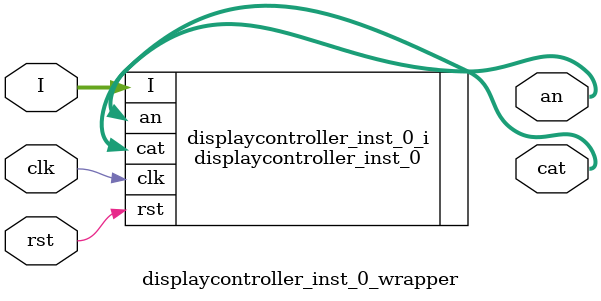
<source format=v>
`timescale 1 ps / 1 ps

module displaycontroller_inst_0_wrapper
   (I,
    an,
    cat,
    clk,
    rst);
  input [8:0]I;
  output [3:0]an;
  output [7:0]cat;
  input clk;
  input rst;

  wire [8:0]I;
  wire [3:0]an;
  wire [7:0]cat;
  wire clk;
  wire rst;

  displaycontroller_inst_0 displaycontroller_inst_0_i
       (.I(I),
        .an(an),
        .cat(cat),
        .clk(clk),
        .rst(rst));
endmodule

</source>
